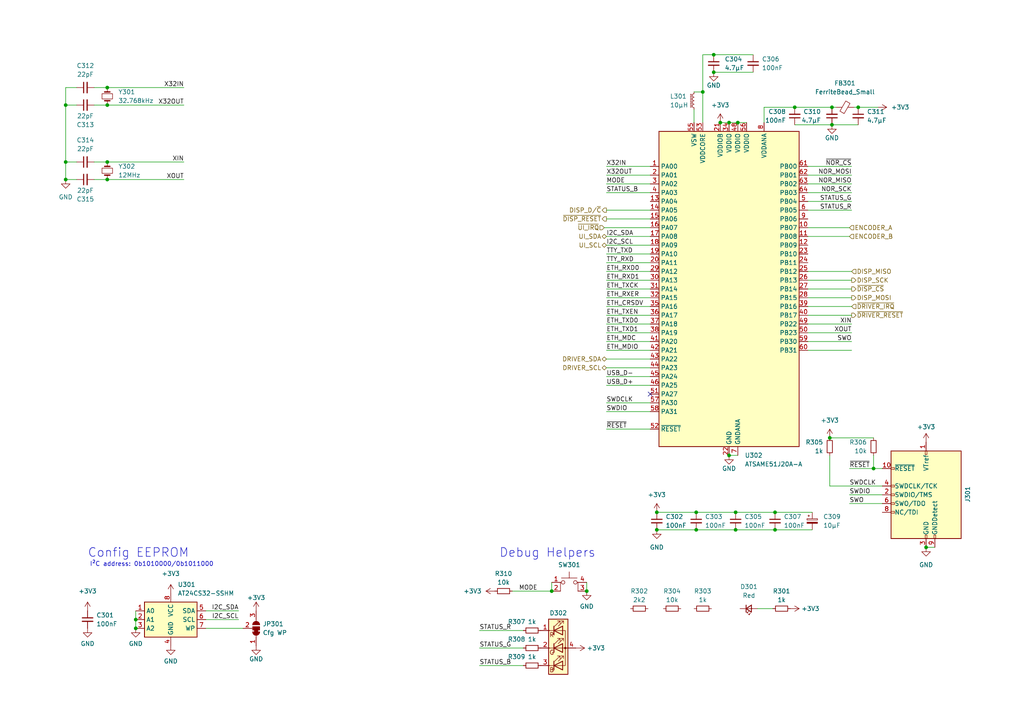
<source format=kicad_sch>
(kicad_sch (version 20211123) (generator eeschema)
  (paper "A4")
  (lib_symbols
    (symbol "Connector:Conn_ARM_JTAG_SWD_10" (pin_names (offset 1.016))
      (property "Reference" "J" (at -2.54 16.51 0))
      (property "Value" "Conn_ARM_JTAG_SWD_10" (at -2.54 13.97 0))
      (symbol "Conn_ARM_JTAG_SWD_10_0_1"
        (rectangle (start -10.16 12.7) (end 10.16 -12.7) (stroke (width 0.254)) (fill (type background)))
        (rectangle (start -2.794 -12.7) (end -2.286 -11.684))
        (rectangle (start -0.254 -12.7) (end 0.254 -11.684))
        (rectangle (start -0.254 12.7) (end 0.254 11.684))
        (rectangle (start 9.144 2.286) (end 10.16 2.794))
        (rectangle (start 10.16 -2.794) (end 9.144 -2.286))
        (rectangle (start 10.16 -0.254) (end 9.144 0.254))
        (rectangle (start 10.16 7.874) (end 9.144 7.366))
      )
      (symbol "Conn_ARM_JTAG_SWD_10_1_1"
        (rectangle (start 9.144 -5.334) (end 10.16 -4.826))
        (pin power_in line (at 0 15.24 270) (length 2.54) (name "VTref") (number "1"))
        (pin open_collector line (at 12.7 7.62 180) (length 2.54) (name "~{RESET}") (number "10"))
        (pin bidirectional line (at 12.7 0 180) (length 2.54) (name "SWDIO/TMS") (number "2"))
        (pin power_in line (at 0 -15.24 90) (length 2.54) (name "GND") (number "3"))
        (pin output line (at 12.7 2.54 180) (length 2.54) (name "SWDCLK/TCK") (number "4"))
        (pin passive line (at 0 -15.24 90) (length 2.54) hide (name "GND") (number "5"))
        (pin input line (at 12.7 -2.54 180) (length 2.54) (name "SWO/TDO") (number "6"))
        (pin no_connect line (at -10.16 0 0) (length 2.54) hide (name "KEY") (number "7"))
        (pin output line (at 12.7 -5.08 180) (length 2.54) (name "NC/TDI") (number "8"))
        (pin passive line (at -2.54 -15.24 90) (length 2.54) (name "GNDDetect") (number "9"))
      )
    )
    (symbol "Device:C_Polarized_Small" (pin_numbers hide) (pin_names (offset 0.254) hide)
      (property "Reference" "C" (at 0.254 1.778 0))
      (property "Value" "C_Polarized_Small" (at 0.254 -2.032 0))
      (symbol "C_Polarized_Small_0_1"
        (rectangle (start -1.524 -0.3048) (end 1.524 -0.6858) (fill (type outline)))
        (rectangle (start -1.524 0.6858) (end 1.524 0.3048))
        (polyline (pts (xy -1.27 1.524) (xy -0.762 1.524)))
        (polyline (pts (xy -1.016 1.27) (xy -1.016 1.778)))
      )
      (symbol "C_Polarized_Small_1_1"
        (pin passive line (at 0 2.54 270) (length 1.8542) (name "~") (number "1"))
        (pin passive line (at 0 -2.54 90) (length 1.8542) (name "~") (number "2"))
      )
    )
    (symbol "Device:C_Small" (pin_numbers hide) (pin_names (offset 0.254) hide)
      (property "Reference" "C" (at 0.254 1.778 0))
      (property "Value" "C_Small" (at 0.254 -2.032 0))
      (symbol "C_Small_0_1"
        (polyline (pts (xy -1.524 -0.508) (xy 1.524 -0.508)) (stroke (width 0.3302)))
        (polyline (pts (xy -1.524 0.508) (xy 1.524 0.508)) (stroke (width 0.3048)))
      )
      (symbol "C_Small_1_1"
        (pin passive line (at 0 2.54 270) (length 2.032) (name "~") (number "1"))
        (pin passive line (at 0 -2.54 90) (length 2.032) (name "~") (number "2"))
      )
    )
    (symbol "Device:Crystal_Small" (pin_numbers hide) (pin_names (offset 1.016) hide)
      (property "Reference" "Y" (at 0 2.54 0))
      (property "Value" "Crystal_Small" (at 0 -2.54 0))
      (symbol "Crystal_Small_0_1"
        (rectangle (start -0.762 -1.524) (end 0.762 1.524))
        (polyline (pts (xy -1.27 -0.762) (xy -1.27 0.762)) (stroke (width 0.381)))
        (polyline (pts (xy 1.27 -0.762) (xy 1.27 0.762)) (stroke (width 0.381)))
      )
      (symbol "Crystal_Small_1_1"
        (pin passive line (at -2.54 0 0) (length 1.27) (name "1") (number "1"))
        (pin passive line (at 2.54 0 180) (length 1.27) (name "2") (number "2"))
      )
    )
    (symbol "Device:FerriteBead_Small" (pin_numbers hide) (pin_names (offset 0))
      (property "Reference" "FB" (at 1.905 1.27 0))
      (property "Value" "FerriteBead_Small" (at 1.905 -1.27 0))
      (symbol "FerriteBead_Small_0_1"
        (polyline (pts (xy 0 -1.27) (xy 0 -0.7874)))
        (polyline (pts (xy 0 0.889) (xy 0 1.2954)))
        (polyline (pts (xy -1.8288 0.2794) (xy -1.1176 1.4986) (xy 1.8288 -0.2032) (xy 1.1176 -1.4224) (xy -1.8288 0.2794)))
      )
      (symbol "FerriteBead_Small_1_1"
        (pin passive line (at 0 2.54 270) (length 1.27) (name "~") (number "1"))
        (pin passive line (at 0 -2.54 90) (length 1.27) (name "~") (number "2"))
      )
    )
    (symbol "Device:LED_RGBA" (pin_names (offset 0) hide)
      (property "Reference" "D" (at 0 9.398 0))
      (property "Value" "LED_RGBA" (at 0 -8.89 0))
      (symbol "LED_RGBA_0_0"
        (text "B" (at -1.905 -6.35 0) (effects (font (size 1.27 1.27))))
        (text "G" (at -1.905 -1.27 0) (effects (font (size 1.27 1.27))))
        (text "R" (at -1.905 3.81 0) (effects (font (size 1.27 1.27))))
      )
      (symbol "LED_RGBA_0_1"
        (polyline (pts (xy -1.27 -5.08) (xy -2.54 -5.08)))
        (polyline (pts (xy -1.27 -5.08) (xy 1.27 -5.08)))
        (polyline (pts (xy -1.27 -3.81) (xy -1.27 -6.35)) (stroke (width 0.254)))
        (polyline (pts (xy -1.27 0) (xy -2.54 0)))
        (polyline (pts (xy -1.27 1.27) (xy -1.27 -1.27)) (stroke (width 0.254)))
        (polyline (pts (xy -1.27 5.08) (xy -2.54 5.08)))
        (polyline (pts (xy -1.27 5.08) (xy 1.27 5.08)))
        (polyline (pts (xy -1.27 6.35) (xy -1.27 3.81)) (stroke (width 0.254)))
        (polyline (pts (xy 1.27 0) (xy -1.27 0)))
        (polyline (pts (xy 1.27 0) (xy 2.54 0)))
        (polyline (pts (xy -1.27 1.27) (xy -1.27 -1.27) (xy -1.27 -1.27)))
        (polyline (pts (xy -1.27 6.35) (xy -1.27 3.81) (xy -1.27 3.81)))
        (polyline (pts (xy 1.27 -5.08) (xy 2.032 -5.08) (xy 2.032 5.08) (xy 1.27 5.08)))
        (polyline (pts (xy 1.27 -3.81) (xy 1.27 -6.35) (xy -1.27 -5.08) (xy 1.27 -3.81)) (stroke (width 0.254)))
        (polyline (pts (xy 1.27 1.27) (xy 1.27 -1.27) (xy -1.27 0) (xy 1.27 1.27)) (stroke (width 0.254)))
        (polyline (pts (xy 1.27 6.35) (xy 1.27 3.81) (xy -1.27 5.08) (xy 1.27 6.35)) (stroke (width 0.254)))
        (polyline (pts (xy -1.016 -3.81) (xy 0.508 -2.286) (xy -0.254 -2.286) (xy 0.508 -2.286) (xy 0.508 -3.048)))
        (polyline (pts (xy -1.016 1.27) (xy 0.508 2.794) (xy -0.254 2.794) (xy 0.508 2.794) (xy 0.508 2.032)))
        (polyline (pts (xy -1.016 6.35) (xy 0.508 7.874) (xy -0.254 7.874) (xy 0.508 7.874) (xy 0.508 7.112)))
        (polyline (pts (xy 0 -3.81) (xy 1.524 -2.286) (xy 0.762 -2.286) (xy 1.524 -2.286) (xy 1.524 -3.048)))
        (polyline (pts (xy 0 1.27) (xy 1.524 2.794) (xy 0.762 2.794) (xy 1.524 2.794) (xy 1.524 2.032)))
        (polyline (pts (xy 0 6.35) (xy 1.524 7.874) (xy 0.762 7.874) (xy 1.524 7.874) (xy 1.524 7.112)))
        (rectangle (start 1.27 -1.27) (end 1.27 1.27))
        (rectangle (start 1.27 1.27) (end 1.27 1.27))
        (rectangle (start 1.27 3.81) (end 1.27 6.35))
        (rectangle (start 1.27 6.35) (end 1.27 6.35))
        (circle (center 2.032 0) (radius 0.254) (fill (type outline)))
        (rectangle (start 2.794 8.382) (end -2.794 -7.62) (stroke (width 0.254)) (fill (type background)))
      )
      (symbol "LED_RGBA_1_1"
        (pin passive line (at -5.08 5.08 0) (length 2.54) (name "RK") (number "1"))
        (pin passive line (at -5.08 0 0) (length 2.54) (name "GK") (number "2"))
        (pin passive line (at -5.08 -5.08 0) (length 2.54) (name "BK") (number "3"))
        (pin passive line (at 5.08 0 180) (length 2.54) (name "A") (number "4"))
      )
    )
    (symbol "Device:LED_Small" (pin_numbers hide) (pin_names (offset 0.254) hide)
      (property "Reference" "D" (at -1.27 3.175 0))
      (property "Value" "LED_Small" (at -4.445 -2.54 0))
      (symbol "LED_Small_0_1"
        (polyline (pts (xy -0.762 -1.016) (xy -0.762 1.016)) (stroke (width 0.254)))
        (polyline (pts (xy 1.016 0) (xy -0.762 0)))
        (polyline (pts (xy 0.762 -1.016) (xy -0.762 0) (xy 0.762 1.016) (xy 0.762 -1.016)) (stroke (width 0.254)))
        (polyline (pts (xy 0 0.762) (xy -0.508 1.27) (xy -0.254 1.27) (xy -0.508 1.27) (xy -0.508 1.016)))
        (polyline (pts (xy 0.508 1.27) (xy 0 1.778) (xy 0.254 1.778) (xy 0 1.778) (xy 0 1.524)))
      )
      (symbol "LED_Small_1_1"
        (pin passive line (at -2.54 0 0) (length 1.778) (name "K") (number "1"))
        (pin passive line (at 2.54 0 180) (length 1.778) (name "A") (number "2"))
      )
    )
    (symbol "Device:L_Ferrite_Small" (pin_numbers hide) (pin_names (offset 0.254) hide)
      (property "Reference" "L" (at 1.27 1.016 0))
      (property "Value" "L_Ferrite_Small" (at 1.27 -1.27 0))
      (symbol "L_Ferrite_Small_0_1"
        (arc (start 0 -2.032) (mid 0.508 -1.524) (end 0 -1.016))
        (arc (start 0 -1.016) (mid 0.508 -0.508) (end 0 0))
        (polyline (pts (xy 0.762 -1.905) (xy 0.762 -1.651)))
        (polyline (pts (xy 0.762 -1.397) (xy 0.762 -1.143)))
        (polyline (pts (xy 0.762 -0.889) (xy 0.762 -0.635)))
        (polyline (pts (xy 0.762 -0.381) (xy 0.762 -0.127)))
        (polyline (pts (xy 0.762 0.127) (xy 0.762 0.381)))
        (polyline (pts (xy 0.762 0.635) (xy 0.762 0.889)))
        (polyline (pts (xy 0.762 1.143) (xy 0.762 1.397)))
        (polyline (pts (xy 0.762 1.651) (xy 0.762 1.905)))
        (polyline (pts (xy 1.016 -1.651) (xy 1.016 -1.905)))
        (polyline (pts (xy 1.016 -1.143) (xy 1.016 -1.397)))
        (polyline (pts (xy 1.016 -0.635) (xy 1.016 -0.889)))
        (polyline (pts (xy 1.016 -0.127) (xy 1.016 -0.381)))
        (polyline (pts (xy 1.016 0.381) (xy 1.016 0.127)))
        (polyline (pts (xy 1.016 0.889) (xy 1.016 0.635)))
        (polyline (pts (xy 1.016 1.397) (xy 1.016 1.143)))
        (polyline (pts (xy 1.016 1.905) (xy 1.016 1.651)))
        (arc (start 0 0) (mid 0.508 0.508) (end 0 1.016))
        (arc (start 0 1.016) (mid 0.508 1.524) (end 0 2.032))
      )
      (symbol "L_Ferrite_Small_1_1"
        (pin passive line (at 0 2.54 270) (length 0.508) (name "~") (number "1"))
        (pin passive line (at 0 -2.54 90) (length 0.508) (name "~") (number "2"))
      )
    )
    (symbol "Device:R_Small" (pin_numbers hide) (pin_names (offset 0.254) hide)
      (property "Reference" "R" (at 0.762 0.508 0))
      (property "Value" "R_Small" (at 0.762 -1.016 0))
      (symbol "R_Small_0_1"
        (rectangle (start -0.762 1.778) (end 0.762 -1.778) (stroke (width 0.2032)))
      )
      (symbol "R_Small_1_1"
        (pin passive line (at 0 2.54 270) (length 0.762) (name "~") (number "1"))
        (pin passive line (at 0 -2.54 90) (length 0.762) (name "~") (number "2"))
      )
    )
    (symbol "Jumper:SolderJumper_3_Bridged12" (pin_names (offset 0) hide)
      (property "Reference" "JP" (at -2.54 -2.54 0))
      (property "Value" "SolderJumper_3_Bridged12" (at 0 2.794 0))
      (symbol "SolderJumper_3_Bridged12_0_1"
        (rectangle (start -1.016 0.508) (end -0.508 -0.508) (fill (type outline)))
        (arc (start -1.016 1.016) (mid -2.032 0) (end -1.016 -1.016))
        (arc (start -1.016 1.016) (mid -2.032 0) (end -1.016 -1.016) (fill (type outline)))
        (rectangle (start -0.508 1.016) (end 0.508 -1.016) (fill (type outline)))
        (polyline (pts (xy -2.54 0) (xy -2.032 0)))
        (polyline (pts (xy -1.016 1.016) (xy -1.016 -1.016)))
        (polyline (pts (xy 0 -1.27) (xy 0 -1.016)))
        (polyline (pts (xy 1.016 1.016) (xy 1.016 -1.016)))
        (polyline (pts (xy 2.54 0) (xy 2.032 0)))
        (arc (start 1.016 -1.016) (mid 2.032 0) (end 1.016 1.016))
        (arc (start 1.016 -1.016) (mid 2.032 0) (end 1.016 1.016) (fill (type outline)))
      )
      (symbol "SolderJumper_3_Bridged12_1_1"
        (pin passive line (at -5.08 0 0) (length 2.54) (name "A") (number "1"))
        (pin passive line (at 0 -3.81 90) (length 2.54) (name "C") (number "2"))
        (pin passive line (at 5.08 0 180) (length 2.54) (name "B") (number "3"))
      )
    )
    (symbol "MCU_Microchip_SAME:ATSAME51J20A-A"
      (property "Reference" "U" (at -17.78 48.26 0))
      (property "Value" "ATSAME51J20A-A" (at -12.7 -48.26 0))
      (symbol "ATSAME51J20A-A_0_1"
        (rectangle (start -20.32 45.72) (end 20.32 -45.72) (stroke (width 0.254)) (fill (type background)))
      )
      (symbol "ATSAME51J20A-A_1_0"
        (pin bidirectional line (at 22.86 27.94 180) (length 2.54) (name "PB03") (number "64"))
      )
      (symbol "ATSAME51J20A-A_1_1"
        (pin bidirectional line (at -22.86 35.56 0) (length 2.54) (name "PA00") (number "1"))
        (pin bidirectional line (at 22.86 17.78 180) (length 2.54) (name "PB07") (number "10"))
        (pin bidirectional line (at 22.86 15.24 180) (length 2.54) (name "PB08") (number "11"))
        (pin bidirectional line (at 22.86 12.7 180) (length 2.54) (name "PB09") (number "12"))
        (pin bidirectional line (at -22.86 25.4 0) (length 2.54) (name "PA04") (number "13"))
        (pin bidirectional line (at -22.86 22.86 0) (length 2.54) (name "PA05") (number "14"))
        (pin bidirectional line (at -22.86 20.32 0) (length 2.54) (name "PA06") (number "15"))
        (pin bidirectional line (at -22.86 17.78 0) (length 2.54) (name "PA07") (number "16"))
        (pin bidirectional line (at -22.86 15.24 0) (length 2.54) (name "PA08") (number "17"))
        (pin bidirectional line (at -22.86 12.7 0) (length 2.54) (name "PA09") (number "18"))
        (pin bidirectional line (at -22.86 10.16 0) (length 2.54) (name "PA10") (number "19"))
        (pin bidirectional line (at -22.86 33.02 0) (length 2.54) (name "PA01") (number "2"))
        (pin bidirectional line (at -22.86 7.62 0) (length 2.54) (name "PA11") (number "20"))
        (pin power_in line (at -2.54 48.26 270) (length 2.54) (name "VDDIOB") (number "21"))
        (pin power_in line (at 0 -48.26 90) (length 2.54) (name "GND") (number "22"))
        (pin bidirectional line (at 22.86 10.16 180) (length 2.54) (name "PB10") (number "23"))
        (pin bidirectional line (at 22.86 7.62 180) (length 2.54) (name "PB11") (number "24"))
        (pin bidirectional line (at 22.86 5.08 180) (length 2.54) (name "PB12") (number "25"))
        (pin bidirectional line (at 22.86 2.54 180) (length 2.54) (name "PB13") (number "26"))
        (pin bidirectional line (at 22.86 0 180) (length 2.54) (name "PB14") (number "27"))
        (pin bidirectional line (at 22.86 -2.54 180) (length 2.54) (name "PB15") (number "28"))
        (pin bidirectional line (at -22.86 5.08 0) (length 2.54) (name "PA12") (number "29"))
        (pin bidirectional line (at -22.86 30.48 0) (length 2.54) (name "PA02") (number "3"))
        (pin bidirectional line (at -22.86 2.54 0) (length 2.54) (name "PA13") (number "30"))
        (pin bidirectional line (at -22.86 0 0) (length 2.54) (name "PA14") (number "31"))
        (pin bidirectional line (at -22.86 -2.54 0) (length 2.54) (name "PA15") (number "32"))
        (pin passive line (at 0 -48.26 90) (length 2.54) hide (name "GND") (number "33"))
        (pin power_in line (at 0 48.26 270) (length 2.54) (name "VDDIO") (number "34"))
        (pin bidirectional line (at -22.86 -5.08 0) (length 2.54) (name "PA16") (number "35"))
        (pin bidirectional line (at -22.86 -7.62 0) (length 2.54) (name "PA17") (number "36"))
        (pin bidirectional line (at -22.86 -10.16 0) (length 2.54) (name "PA18") (number "37"))
        (pin bidirectional line (at -22.86 -12.7 0) (length 2.54) (name "PA19") (number "38"))
        (pin bidirectional line (at 22.86 -5.08 180) (length 2.54) (name "PB16") (number "39"))
        (pin bidirectional line (at -22.86 27.94 0) (length 2.54) (name "PA03") (number "4"))
        (pin bidirectional line (at 22.86 -7.62 180) (length 2.54) (name "PB17") (number "40"))
        (pin bidirectional line (at -22.86 -15.24 0) (length 2.54) (name "PA20") (number "41"))
        (pin bidirectional line (at -22.86 -17.78 0) (length 2.54) (name "PA21") (number "42"))
        (pin bidirectional line (at -22.86 -20.32 0) (length 2.54) (name "PA22") (number "43"))
        (pin bidirectional line (at -22.86 -22.86 0) (length 2.54) (name "PA23") (number "44"))
        (pin bidirectional line (at -22.86 -25.4 0) (length 2.54) (name "PA24") (number "45"))
        (pin bidirectional line (at -22.86 -27.94 0) (length 2.54) (name "PA25") (number "46"))
        (pin passive line (at 0 -48.26 90) (length 2.54) hide (name "GND") (number "47"))
        (pin power_in line (at 2.54 48.26 270) (length 2.54) (name "VDDIO") (number "48"))
        (pin bidirectional line (at 22.86 -10.16 180) (length 2.54) (name "PB22") (number "49"))
        (pin bidirectional line (at 22.86 25.4 180) (length 2.54) (name "PB04") (number "5"))
        (pin bidirectional line (at 22.86 -12.7 180) (length 2.54) (name "PB23") (number "50"))
        (pin bidirectional line (at -22.86 -30.48 0) (length 2.54) (name "PA27") (number "51"))
        (pin input line (at -22.86 -40.64 0) (length 2.54) (name "~{RESET}") (number "52"))
        (pin power_out line (at -7.62 48.26 270) (length 2.54) (name "VDDCORE") (number "53"))
        (pin passive line (at 0 -48.26 90) (length 2.54) hide (name "GND") (number "54"))
        (pin power_in line (at -10.16 48.26 270) (length 2.54) (name "VSW") (number "55"))
        (pin power_in line (at 5.08 48.26 270) (length 2.54) (name "VDDIO") (number "56"))
        (pin bidirectional line (at -22.86 -33.02 0) (length 2.54) (name "PA30") (number "57"))
        (pin bidirectional line (at -22.86 -35.56 0) (length 2.54) (name "PA31") (number "58"))
        (pin bidirectional line (at 22.86 -15.24 180) (length 2.54) (name "PB30") (number "59"))
        (pin bidirectional line (at 22.86 22.86 180) (length 2.54) (name "PB05") (number "6"))
        (pin bidirectional line (at 22.86 -17.78 180) (length 2.54) (name "PB31") (number "60"))
        (pin bidirectional line (at 22.86 35.56 180) (length 2.54) (name "PB00") (number "61"))
        (pin bidirectional line (at 22.86 33.02 180) (length 2.54) (name "PB01") (number "62"))
        (pin bidirectional line (at 22.86 30.48 180) (length 2.54) (name "PB02") (number "63"))
        (pin power_in line (at 2.54 -48.26 90) (length 2.54) (name "GNDANA") (number "7"))
        (pin power_in line (at 10.16 48.26 270) (length 2.54) (name "VDDANA") (number "8"))
        (pin bidirectional line (at 22.86 20.32 180) (length 2.54) (name "PB06") (number "9"))
      )
    )
    (symbol "Memory_EEPROM:AT24CS32-SSHM"
      (property "Reference" "U" (at -7.62 6.35 0))
      (property "Value" "AT24CS32-SSHM" (at 2.54 -6.35 0))
      (symbol "AT24CS32-SSHM_1_1"
        (rectangle (start -7.62 5.08) (end 7.62 -5.08) (stroke (width 0.254)) (fill (type background)))
        (pin input line (at -10.16 2.54 0) (length 2.54) (name "A0") (number "1"))
        (pin input line (at -10.16 0 0) (length 2.54) (name "A1") (number "2"))
        (pin input line (at -10.16 -2.54 0) (length 2.54) (name "A2") (number "3"))
        (pin power_in line (at 0 -7.62 90) (length 2.54) (name "GND") (number "4"))
        (pin bidirectional line (at 10.16 2.54 180) (length 2.54) (name "SDA") (number "5"))
        (pin input line (at 10.16 0 180) (length 2.54) (name "SCL") (number "6"))
        (pin input line (at 10.16 -2.54 180) (length 2.54) (name "WP") (number "7"))
        (pin power_in line (at 0 7.62 270) (length 2.54) (name "VCC") (number "8"))
      )
    )
    (symbol "Switch:SW_MEC_5E" (pin_names (offset 1.016) hide)
      (property "Reference" "SW" (at 0.635 5.715 0))
      (property "Value" "SW_MEC_5E" (at 0 -3.175 0))
      (symbol "SW_MEC_5E_0_1"
        (circle (center -1.778 2.54) (radius 0.508))
        (polyline (pts (xy -2.286 3.81) (xy 2.286 3.81)))
        (polyline (pts (xy 0 3.81) (xy 0 5.588)))
        (polyline (pts (xy -2.54 0) (xy -2.54 2.54) (xy -2.286 2.54)))
        (polyline (pts (xy 2.54 0) (xy 2.54 2.54) (xy 2.286 2.54)))
        (circle (center 1.778 2.54) (radius 0.508))
        (pin passive line (at -5.08 2.54 0) (length 2.54) (name "1") (number "1"))
        (pin passive line (at -5.08 0 0) (length 2.54) (name "2") (number "2"))
        (pin passive line (at 5.08 0 180) (length 2.54) (name "K") (number "3"))
        (pin passive line (at 5.08 2.54 180) (length 2.54) (name "A") (number "4"))
      )
    )
    (symbol "power:+3V3" (power) (pin_names (offset 0))
      (property "Value" "+3V3" (at 0 3.556 0))
      (symbol "+3V3_0_1"
        (polyline (pts (xy -0.762 1.27) (xy 0 2.54)))
        (polyline (pts (xy 0 0) (xy 0 2.54)))
        (polyline (pts (xy 0 2.54) (xy 0.762 1.27)))
      )
      (symbol "+3V3_1_1"
        (pin power_in line (at 0 0 90) (length 0) hide (name "+3V3") (number "1"))
      )
    )
    (symbol "power:GND" (power) (pin_names (offset 0))
      (property "Value" "GND" (at 0 -3.81 0))
      (symbol "GND_0_1"
        (polyline (pts (xy 0 0) (xy 0 -1.27) (xy 1.27 -1.27) (xy 0 -2.54) (xy -1.27 -1.27) (xy 0 -1.27)))
      )
      (symbol "GND_1_1"
        (pin power_in line (at 0 0 270) (length 0) hide (name "GND") (number "1"))
      )
    )
  )
  (junction (at 253.365 135.89))
  (junction (at 190.5 153.67))
  (junction (at 268.605 158.75))
  (junction (at 31.115 52.07))
  (junction (at 224.79 153.67))
  (junction (at 240.665 127))
  (junction (at 213.36 153.67))
  (junction (at 213.36 148.59))
  (junction (at 241.3 31.115))
  (junction (at 170.18 171.45))
  (junction (at 39.37 182.245))
  (junction (at 31.115 46.99))
  (junction (at 19.05 46.99))
  (junction (at 207.01 20.955))
  (junction (at 241.3 36.195))
  (junction (at 203.835 26.67))
  (junction (at 31.115 25.4))
  (junction (at 201.93 148.59))
  (junction (at 19.05 30.48))
  (junction (at 211.455 35.56))
  (junction (at 207.01 15.875))
  (junction (at 248.92 31.115))
  (junction (at 19.05 52.07))
  (junction (at 224.79 148.59))
  (junction (at 211.455 132.08))
  (junction (at 213.995 35.56))
  (junction (at 208.915 35.56))
  (junction (at 39.37 179.705))
  (junction (at 31.115 30.48))
  (junction (at 160.02 171.45))
  (junction (at 190.5 148.59))
  (junction (at 230.505 31.115))
  (junction (at 201.93 153.67))
  (no_connect (at 188.595 114.3))
  (wire (pts (xy 31.115 46.99) (xy 53.34 46.99)))
  (wire (pts (xy 253.365 135.89) (xy 255.905 135.89)))
  (wire (pts (xy 175.895 93.98) (xy 188.595 93.98)))
  (wire (pts (xy 234.315 96.52) (xy 247.015 96.52)))
  (wire (pts (xy 175.895 124.46) (xy 188.595 124.46)))
  (wire (pts (xy 221.615 31.115) (xy 230.505 31.115)))
  (wire (pts (xy 234.315 58.42) (xy 247.015 58.42)))
  (wire (pts (xy 175.895 71.12) (xy 188.595 71.12)))
  (wire (pts (xy 203.835 35.56) (xy 203.835 26.67)))
  (wire (pts (xy 241.3 31.115) (xy 242.57 31.115)))
  (wire (pts (xy 234.315 83.82) (xy 247.015 83.82)))
  (wire (pts (xy 240.665 140.97) (xy 255.905 140.97)))
  (wire (pts (xy 151.765 187.96) (xy 139.065 187.96)))
  (wire (pts (xy 19.05 25.4) (xy 22.225 25.4)))
  (wire (pts (xy 59.69 182.245) (xy 70.485 182.245)))
  (wire (pts (xy 175.895 116.84) (xy 188.595 116.84)))
  (wire (pts (xy 27.305 30.48) (xy 31.115 30.48)))
  (wire (pts (xy 175.895 73.66) (xy 188.595 73.66)))
  (wire (pts (xy 19.05 30.48) (xy 19.05 46.99)))
  (wire (pts (xy 175.895 104.14) (xy 188.595 104.14)))
  (wire (pts (xy 221.615 31.115) (xy 221.615 35.56)))
  (wire (pts (xy 246.38 146.05) (xy 255.905 146.05)))
  (wire (pts (xy 203.835 26.67) (xy 203.835 15.875)))
  (wire (pts (xy 268.605 158.75) (xy 271.145 158.75)))
  (wire (pts (xy 175.895 106.68) (xy 188.595 106.68)))
  (wire (pts (xy 19.05 30.48) (xy 19.05 25.4)))
  (wire (pts (xy 19.05 46.99) (xy 22.225 46.99)))
  (wire (pts (xy 234.315 48.26) (xy 247.015 48.26)))
  (wire (pts (xy 27.305 46.99) (xy 31.115 46.99)))
  (wire (pts (xy 201.93 153.67) (xy 213.36 153.67)))
  (wire (pts (xy 188.595 63.5) (xy 175.895 63.5)))
  (wire (pts (xy 201.93 148.59) (xy 213.36 148.59)))
  (wire (pts (xy 234.315 93.98) (xy 247.015 93.98)))
  (wire (pts (xy 175.895 81.28) (xy 188.595 81.28)))
  (wire (pts (xy 175.895 83.82) (xy 188.595 83.82)))
  (wire (pts (xy 175.895 119.38) (xy 188.595 119.38)))
  (wire (pts (xy 234.315 60.96) (xy 247.015 60.96)))
  (wire (pts (xy 175.895 48.26) (xy 188.595 48.26)))
  (wire (pts (xy 148.59 171.45) (xy 160.02 171.45)))
  (wire (pts (xy 27.305 52.07) (xy 31.115 52.07)))
  (wire (pts (xy 234.315 86.36) (xy 247.015 86.36)))
  (wire (pts (xy 213.36 148.59) (xy 224.79 148.59)))
  (wire (pts (xy 201.295 26.67) (xy 203.835 26.67)))
  (wire (pts (xy 253.365 132.08) (xy 253.365 135.89)))
  (wire (pts (xy 240.665 140.97) (xy 240.665 132.08)))
  (wire (pts (xy 240.665 127) (xy 253.365 127)))
  (wire (pts (xy 207.01 20.955) (xy 218.44 20.955)))
  (wire (pts (xy 234.315 66.04) (xy 246.38 66.04)))
  (wire (pts (xy 234.315 68.58) (xy 246.38 68.58)))
  (wire (pts (xy 175.895 55.88) (xy 188.595 55.88)))
  (wire (pts (xy 234.315 81.28) (xy 247.015 81.28)))
  (wire (pts (xy 27.305 25.4) (xy 31.115 25.4)))
  (wire (pts (xy 230.505 36.195) (xy 241.3 36.195)))
  (wire (pts (xy 234.315 91.44) (xy 247.015 91.44)))
  (wire (pts (xy 234.315 101.6) (xy 247.015 101.6)))
  (wire (pts (xy 39.37 177.165) (xy 39.37 179.705)))
  (wire (pts (xy 234.315 78.74) (xy 247.015 78.74)))
  (wire (pts (xy 175.895 111.76) (xy 188.595 111.76)))
  (wire (pts (xy 211.455 132.08) (xy 213.995 132.08)))
  (wire (pts (xy 213.995 35.56) (xy 216.535 35.56)))
  (wire (pts (xy 39.37 179.705) (xy 39.37 182.245)))
  (wire (pts (xy 160.02 168.91) (xy 160.02 171.45)))
  (wire (pts (xy 19.05 52.07) (xy 22.225 52.07)))
  (wire (pts (xy 175.26 66.04) (xy 188.595 66.04)))
  (wire (pts (xy 190.5 148.59) (xy 201.93 148.59)))
  (wire (pts (xy 31.115 52.07) (xy 53.34 52.07)))
  (wire (pts (xy 175.895 88.9) (xy 188.595 88.9)))
  (wire (pts (xy 151.765 193.04) (xy 139.065 193.04)))
  (wire (pts (xy 234.315 55.88) (xy 247.015 55.88)))
  (wire (pts (xy 203.835 15.875) (xy 207.01 15.875)))
  (wire (pts (xy 188.595 60.96) (xy 175.895 60.96)))
  (wire (pts (xy 208.915 35.56) (xy 211.455 35.56)))
  (wire (pts (xy 234.315 99.06) (xy 247.015 99.06)))
  (wire (pts (xy 19.05 30.48) (xy 22.225 30.48)))
  (wire (pts (xy 175.895 86.36) (xy 188.595 86.36)))
  (wire (pts (xy 248.92 31.115) (xy 254.635 31.115)))
  (wire (pts (xy 246.38 135.89) (xy 253.365 135.89)))
  (wire (pts (xy 59.69 179.705) (xy 69.215 179.705)))
  (wire (pts (xy 224.79 148.59) (xy 235.585 148.59)))
  (wire (pts (xy 31.115 25.4) (xy 53.34 25.4)))
  (wire (pts (xy 175.895 53.34) (xy 188.595 53.34)))
  (wire (pts (xy 207.01 15.875) (xy 218.44 15.875)))
  (wire (pts (xy 175.895 78.74) (xy 188.595 78.74)))
  (wire (pts (xy 230.505 31.115) (xy 241.3 31.115)))
  (wire (pts (xy 175.895 68.58) (xy 188.595 68.58)))
  (wire (pts (xy 31.115 30.48) (xy 53.34 30.48)))
  (wire (pts (xy 175.895 101.6) (xy 188.595 101.6)))
  (wire (pts (xy 19.05 46.99) (xy 19.05 52.07)))
  (wire (pts (xy 175.895 99.06) (xy 188.595 99.06)))
  (wire (pts (xy 201.295 31.75) (xy 201.295 35.56)))
  (wire (pts (xy 151.765 182.88) (xy 139.065 182.88)))
  (wire (pts (xy 175.895 76.2) (xy 188.595 76.2)))
  (wire (pts (xy 234.315 50.8) (xy 247.015 50.8)))
  (wire (pts (xy 234.315 53.34) (xy 247.015 53.34)))
  (wire (pts (xy 247.015 88.9) (xy 234.315 88.9)))
  (wire (pts (xy 175.895 96.52) (xy 188.595 96.52)))
  (wire (pts (xy 175.895 109.22) (xy 188.595 109.22)))
  (wire (pts (xy 241.3 36.195) (xy 248.92 36.195)))
  (wire (pts (xy 190.5 153.67) (xy 201.93 153.67)))
  (wire (pts (xy 224.79 153.67) (xy 235.585 153.67)))
  (wire (pts (xy 247.65 31.115) (xy 248.92 31.115)))
  (wire (pts (xy 219.71 176.53) (xy 224.155 176.53)))
  (wire (pts (xy 59.69 177.165) (xy 69.215 177.165)))
  (wire (pts (xy 170.18 168.91) (xy 170.18 171.45)))
  (wire (pts (xy 211.455 35.56) (xy 213.995 35.56)))
  (wire (pts (xy 213.36 153.67) (xy 224.79 153.67)))
  (wire (pts (xy 175.895 91.44) (xy 188.595 91.44)))
  (wire (pts (xy 175.895 50.8) (xy 188.595 50.8)))
  (wire (pts (xy 246.38 143.51) (xy 255.905 143.51)))
  (text "Debug Helpers" (at 144.78 161.925 0) (effects (font (size 2.54 2.54)) (justify left bottom)))
  (text "I²C address: 0b1010000/0b1011000" (at 26.035 164.465 0) (effects (font (size 1.27 1.27)) (justify left bottom)))
  (text "Config EEPROM" (at 25.4 161.925 0) (effects (font (size 2.54 2.54)) (justify left bottom)))
  (label "ETH_RXD0" (at 175.895 78.74 0))
  (label "~{RESET}" (at 175.895 124.46 0))
  (label "SWDIO" (at 175.895 119.38 0))
  (label "ETH_CRSDV" (at 175.895 88.9 0))
  (label "NOR_MISO" (at 247.015 53.34 180))
  (label "ETH_MDIO" (at 175.895 101.6 0))
  (label "ETH_TXEN" (at 175.895 91.44 0))
  (label "~{RESET}" (at 246.38 135.89 0))
  (label "XOUT" (at 53.34 52.07 180))
  (label "STATUS_B" (at 139.065 193.04 0))
  (label "X32IN" (at 53.34 25.4 180))
  (label "SWDCLK" (at 246.38 140.97 0))
  (label "NOR_SCK" (at 247.015 55.88 180))
  (label "ETH_TXD1" (at 175.895 96.52 0))
  (label "ETH_RXER" (at 175.895 86.36 0))
  (label "ETH_TXD0" (at 175.895 93.98 0))
  (label "SWO" (at 246.38 146.05 0))
  (label "MODE" (at 175.895 53.34 0))
  (label "XIN" (at 53.34 46.99 180))
  (label "STATUS_R" (at 247.015 60.96 180))
  (label "XOUT" (at 247.015 96.52 180))
  (label "I2C_SCL" (at 69.215 179.705 180))
  (label "I2C_SDA" (at 175.895 68.58 0))
  (label "MODE" (at 150.495 171.45 0))
  (label "STATUS_G" (at 247.015 58.42 180))
  (label "SWO" (at 247.015 99.06 180))
  (label "USB_D-" (at 175.895 109.22 0))
  (label "TTY_TXD" (at 175.895 73.66 0))
  (label "STATUS_R" (at 139.065 182.88 0))
  (label "~{NOR_CS}" (at 247.015 48.26 180))
  (label "STATUS_B" (at 175.895 55.88 0))
  (label "NOR_MOSI" (at 247.015 50.8 180))
  (label "SWDCLK" (at 175.895 116.84 0))
  (label "XIN" (at 247.015 93.98 180))
  (label "X32OUT" (at 175.895 50.8 0))
  (label "SWDIO" (at 246.38 143.51 0))
  (label "ETH_RXD1" (at 175.895 81.28 0))
  (label "I2C_SDA" (at 69.215 177.165 180))
  (label "STATUS_G" (at 139.065 187.96 0))
  (label "ETH_TXCK" (at 175.895 83.82 0))
  (label "I2C_SCL" (at 175.895 71.12 0))
  (label "ETH_MDC" (at 175.895 99.06 0))
  (label "TTY_RXD" (at 175.895 76.2 0))
  (label "X32OUT" (at 53.34 30.48 180))
  (label "USB_D+" (at 175.895 111.76 0))
  (label "X32IN" (at 175.895 48.26 0))
  (hierarchical_label "UI_SCL" (shape bidirectional) (at 175.895 71.12 180))
  (hierarchical_label "DRIVER_SCL" (shape bidirectional) (at 175.895 106.68 180))
  (hierarchical_label "UI_SDA" (shape bidirectional) (at 175.895 68.58 180))
  (hierarchical_label "~{DRIVER_IRQ}" (shape input) (at 247.015 88.9 0))
  (hierarchical_label "~{DRIVER_RESET}" (shape output) (at 247.015 91.44 0))
  (hierarchical_label "DISP_MISO" (shape input) (at 247.015 78.74 0))
  (hierarchical_label "ENCODER_B" (shape input) (at 246.38 68.58 0))
  (hierarchical_label "~{DISP_CS}" (shape output) (at 247.015 83.82 0))
  (hierarchical_label "DISP_D{slash}~{C}" (shape output) (at 175.895 60.96 180))
  (hierarchical_label "DISP_SCK" (shape output) (at 247.015 81.28 0))
  (hierarchical_label "DISP_MOSI" (shape output) (at 247.015 86.36 0))
  (hierarchical_label "ENCODER_A" (shape input) (at 246.38 66.04 0))
  (hierarchical_label "~{DISP_RESET}" (shape output) (at 175.895 63.5 180))
  (hierarchical_label "DRIVER_SDA" (shape bidirectional) (at 175.895 104.14 180))
  (hierarchical_label "~{UI_IRQ}" (shape input) (at 175.26 66.04 180))
  (symbol (lib_id "Device:C_Small") (at 201.93 151.13 0) (unit 1)
    (property "Reference" "C303" (at 204.47 149.8662 0) (effects (justify left)))
    (property "Value" "100nF" (at 204.47 152.4062 0) (effects (justify left)))
    (property "Footprint" "Capacitor_SMD:C_0805_2012Metric_Pad1.18x1.45mm_HandSolder" (effects hide))
    (property "MPN" "CL21B104KACNFNC" (effects hide))
  )
  (symbol (lib_id "Device:L_Ferrite_Small") (at 201.295 29.21 180) (unit 1)
    (property "Reference" "L301" (at 194.31 27.94 0) (effects (justify right)))
    (property "Value" "10µH" (at 194.31 30.48 0) (effects (justify right)))
    (property "Footprint" "Inductor_SMD:L_1210_3225Metric_Pad1.42x2.65mm_HandSolder" (effects hide))
    (property "MPN" "LBC3225T100KR" (effects hide))
  )
  (symbol (lib_id "power:+3V3") (at 240.665 127 0) (unit 1)
    (property "Reference" "#PWR0316" (effects hide))
    (property "Value" "+3V3" (at 240.665 121.92 0))
  )
  (symbol (lib_id "Device:LED_RGBA") (at 161.925 187.96 0) (unit 1)
    (property "Reference" "D302" (at 161.925 177.8 0))
    (property "Value" "LED_RGBA" (effects hide))
    (property "Footprint" "LED_SMD:LED_RGB_1210" (effects hide))
    (property "MPN" "IN-S128TATRGB" (effects hide))
  )
  (symbol (lib_id "power:GND") (at 207.01 20.955 0) (unit 1)
    (property "Reference" "#PWR0311" (effects hide))
    (property "Value" "GND" (at 207.01 24.765 0))
  )
  (symbol (lib_id "Device:R_Small") (at 154.305 187.96 270) (mirror x) (unit 1)
    (property "Reference" "R308" (at 152.4 185.42 90) (effects (justify right)))
    (property "Value" "1k" (at 154.305 185.42 90))
    (property "Footprint" "Resistor_SMD:R_0805_2012Metric_Pad1.20x1.40mm_HandSolder" (effects hide))
    (property "MPN" "CR0805-JW-102ELF" (effects hide))
  )
  (symbol (lib_id "power:+3V3") (at 74.295 177.165 0) (unit 1)
    (property "Reference" "#PWR0307" (effects hide))
    (property "Value" "+3V3" (at 74.295 173.355 0))
  )
  (symbol (lib_id "power:+3V3") (at 208.915 35.56 0) (unit 1)
    (property "Reference" "#PWR0312" (effects hide))
    (property "Value" "+3V3" (at 208.915 30.48 0))
  )
  (symbol (lib_id "Device:R_Small") (at 154.305 182.88 270) (mirror x) (unit 1)
    (property "Reference" "R307" (at 152.4 180.34 90) (effects (justify right)))
    (property "Value" "1k" (at 154.305 180.34 90))
    (property "Footprint" "Resistor_SMD:R_0805_2012Metric_Pad1.20x1.40mm_HandSolder" (effects hide))
    (property "MPN" "CR0805-JW-102ELF" (effects hide))
  )
  (symbol (lib_id "Device:R_Small") (at 146.05 171.45 270) (mirror x) (unit 1)
    (property "Reference" "R310" (at 146.05 166.37 90))
    (property "Value" "10k" (at 146.05 168.91 90))
    (property "Footprint" "Resistor_SMD:R_0805_2012Metric_Pad1.20x1.40mm_HandSolder" (effects hide))
    (property "MPN" "RMC1/10-103JTP" (effects hide))
  )
  (symbol (lib_id "power:+3V3") (at 254.635 31.115 270) (unit 1)
    (property "Reference" "#PWR0315" (effects hide))
    (property "Value" "+3V3" (at 258.445 31.1149 90) (effects (justify left)))
  )
  (symbol (lib_id "power:GND") (at 39.37 182.245 0) (unit 1)
    (property "Reference" "#PWR0303" (effects hide))
    (property "Value" "GND" (at 39.37 186.69 0))
  )
  (symbol (lib_id "Device:C_Small") (at 24.765 30.48 90) (unit 1)
    (property "Reference" "C313" (at 24.765 36.195 90))
    (property "Value" "22pF" (at 24.765 33.655 90))
    (property "Footprint" "Capacitor_SMD:C_0805_2012Metric_Pad1.18x1.45mm_HandSolder" (effects hide))
    (property "MPN" "CL21C220JBANFNC" (effects hide))
  )
  (symbol (lib_id "Device:R_Small") (at 203.835 176.53 270) (mirror x) (unit 1)
    (property "Reference" "R303" (at 203.835 171.45 90))
    (property "Value" "1k" (at 203.835 173.99 90))
    (property "Footprint" "Resistor_SMD:R_0805_2012Metric_Pad1.20x1.40mm_HandSolder" (effects hide))
    (property "MPN" "CR0805-JW-102ELF" (effects hide))
  )
  (symbol (lib_id "power:+3V3") (at 190.5 148.59 0) (unit 1)
    (property "Reference" "#PWR0309" (effects hide))
    (property "Value" "+3V3" (at 190.5 143.51 0))
  )
  (symbol (lib_id "Device:R_Small") (at 185.42 176.53 270) (mirror x) (unit 1)
    (property "Reference" "R302" (at 185.42 171.45 90))
    (property "Value" "2k2" (at 185.42 173.99 90))
    (property "Footprint" "Resistor_SMD:R_0805_2012Metric_Pad1.20x1.40mm_HandSolder" (effects hide))
    (property "MPN" "RMC1/10-222JTP" (effects hide))
  )
  (symbol (lib_id "Device:C_Small") (at 190.5 151.13 0) (unit 1)
    (property "Reference" "C302" (at 193.04 149.8662 0) (effects (justify left)))
    (property "Value" "100nF" (at 193.04 152.4062 0) (effects (justify left)))
    (property "Footprint" "Capacitor_SMD:C_0805_2012Metric_Pad1.18x1.45mm_HandSolder" (effects hide))
    (property "MPN" "CL21B104KACNFNC" (effects hide))
  )
  (symbol (lib_id "Connector:Conn_ARM_JTAG_SWD_10") (at 268.605 143.51 0) (mirror y) (unit 1)
    (property "Reference" "J301" (at 280.67 140.97 90) (effects (justify right)))
    (property "Value" "Conn_ARM_JTAG_SWD_10" (effects hide))
    (property "Footprint" "Connector_PinHeader_1.27mm:PinHeader_2x05_P1.27mm_Vertical_SMD" (effects hide))
    (property "Datasheet" "http://infocenter.arm.com/help/topic/com.arm.doc.ddi0314h/DDI0314H_coresight_components_trm.pdf" (effects hide))
    (property "MPN" "20021221-00010C4LF" (effects hide))
  )
  (symbol (lib_id "Device:C_Small") (at 24.765 25.4 90) (unit 1)
    (property "Reference" "C312" (at 24.7713 19.05 90))
    (property "Value" "22pF" (at 24.7713 21.59 90))
    (property "Footprint" "Capacitor_SMD:C_0805_2012Metric_Pad1.18x1.45mm_HandSolder" (effects hide))
    (property "MPN" "CL21C220JBANFNC" (effects hide))
  )
  (symbol (lib_id "power:GND") (at 49.53 187.325 0) (unit 1)
    (property "Reference" "#PWR0305" (effects hide))
    (property "Value" "GND" (at 49.53 191.77 0))
  )
  (symbol (lib_id "power:GND") (at 170.18 171.45 0) (unit 1)
    (property "Reference" "#PWR0320" (effects hide))
    (property "Value" "GND" (at 170.18 175.895 0))
  )
  (symbol (lib_id "power:+3V3") (at 25.4 177.165 0) (unit 1)
    (property "Reference" "#PWR0301" (effects hide))
    (property "Value" "+3V3" (at 25.4 171.45 0))
  )
  (symbol (lib_id "power:GND") (at 211.455 132.08 0) (unit 1)
    (property "Reference" "#PWR0313" (effects hide))
    (property "Value" "GND" (at 211.455 135.89 0))
  )
  (symbol (lib_id "Device:R_Small") (at 240.665 129.54 0) (mirror x) (unit 1)
    (property "Reference" "R305" (at 238.76 128.2699 0) (effects (justify right)))
    (property "Value" "1k" (at 238.76 130.8099 0) (effects (justify right)))
    (property "Footprint" "Resistor_SMD:R_0805_2012Metric_Pad1.20x1.40mm_HandSolder" (effects hide))
    (property "MPN" "CR0805-JW-102ELF" (effects hide))
  )
  (symbol (lib_id "Device:C_Small") (at 24.765 52.07 90) (unit 1)
    (property "Reference" "C315" (at 24.765 57.785 90))
    (property "Value" "22pF" (at 24.765 55.245 90))
    (property "Footprint" "Capacitor_SMD:C_0805_2012Metric_Pad1.18x1.45mm_HandSolder" (effects hide))
    (property "MPN" "CL21C220JBANFNC" (effects hide))
  )
  (symbol (lib_id "Device:C_Small") (at 248.92 33.655 0) (unit 1)
    (property "Reference" "C311" (at 251.46 32.3912 0) (effects (justify left)))
    (property "Value" "4.7µF" (at 251.46 34.9312 0) (effects (justify left)))
    (property "Footprint" "Capacitor_SMD:C_0805_2012Metric_Pad1.18x1.45mm_HandSolder" (effects hide))
    (property "MPN" "CL21A475KAQNNNF" (effects hide))
  )
  (symbol (lib_id "Device:C_Small") (at 241.3 33.655 0) (mirror x) (unit 1)
    (property "Reference" "C310" (at 238.125 32.3785 0) (effects (justify right)))
    (property "Value" "4.7µF" (at 238.125 34.9185 0) (effects (justify right)))
    (property "Footprint" "Capacitor_SMD:C_0805_2012Metric_Pad1.18x1.45mm_HandSolder" (effects hide))
    (property "MPN" "CL21A475KAQNNNF" (effects hide))
  )
  (symbol (lib_id "power:+3V3") (at 268.605 128.27 0) (unit 1)
    (property "Reference" "#PWR0317" (effects hide))
    (property "Value" "+3V3" (at 268.605 123.825 0))
  )
  (symbol (lib_id "Switch:SW_MEC_5E") (at 165.1 171.45 0) (unit 1)
    (property "Reference" "SW301" (at 165.1 163.83 0))
    (property "Value" "B3F-1005" (effects hide))
    (property "Footprint" "Button_Switch_THT:SW_TH_Tactile_Omron_B3F-10xx" (effects hide))
    (property "MPN" "B3F-1005" (effects hide))
  )
  (symbol (lib_id "Device:C_Small") (at 25.4 179.705 0) (unit 1)
    (property "Reference" "C301" (at 27.94 178.4412 0) (effects (justify left)))
    (property "Value" "100nF" (at 27.94 180.9812 0) (effects (justify left)))
    (property "Footprint" "Capacitor_SMD:C_0805_2012Metric_Pad1.18x1.45mm_HandSolder" (effects hide))
    (property "MPN" "CL21B104KACNFNC" (effects hide))
  )
  (symbol (lib_id "Device:R_Small") (at 194.945 176.53 270) (mirror x) (unit 1)
    (property "Reference" "R304" (at 194.945 171.45 90))
    (property "Value" "10k" (at 194.945 173.99 90))
    (property "Footprint" "Resistor_SMD:R_0805_2012Metric_Pad1.20x1.40mm_HandSolder" (effects hide))
    (property "MPN" "RMC1/10-103JTP" (effects hide))
  )
  (symbol (lib_id "MCU_Microchip_SAME:ATSAME51J20A-A") (at 211.455 83.82 0) (unit 1)
    (property "Reference" "U302" (at 216.0144 132.08 0) (effects (justify left)))
    (property "Value" "ATSAME51J20A-A" (at 216.0144 134.62 0) (effects (justify left)))
    (property "Footprint" "Package_QFP:TQFP-64_10x10mm_P0.5mm" (effects hide))
    (property "Datasheet" "http://ww1.microchip.com/downloads/en/DeviceDoc/60001507E.pdf" (effects hide))
  )
  (symbol (lib_id "Device:C_Small") (at 230.505 33.655 0) (mirror x) (unit 1)
    (property "Reference" "C308" (at 227.965 32.3785 0) (effects (justify right)))
    (property "Value" "100nF" (at 227.965 34.9185 0) (effects (justify right)))
    (property "Footprint" "Capacitor_SMD:C_0805_2012Metric_Pad1.18x1.45mm_HandSolder" (effects hide))
    (property "MPN" "CL21B104KACNFNC" (effects hide))
  )
  (symbol (lib_id "power:+3V3") (at 167.005 187.96 270) (unit 1)
    (property "Reference" "#PWR0321" (effects hide))
    (property "Value" "+3V3" (at 170.18 187.96 90) (effects (justify left)))
  )
  (symbol (lib_id "power:GND") (at 19.05 52.07 0) (unit 1)
    (property "Reference" "#PWR0319" (effects hide))
    (property "Value" "GND" (at 19.05 57.15 0))
  )
  (symbol (lib_id "power:GND") (at 268.605 158.75 0) (unit 1)
    (property "Reference" "#PWR0318" (effects hide))
    (property "Value" "GND" (at 268.605 163.83 0))
  )
  (symbol (lib_id "power:GND") (at 25.4 182.245 0) (unit 1)
    (property "Reference" "#PWR0302" (effects hide))
    (property "Value" "GND" (at 25.4 186.69 0))
  )
  (symbol (lib_id "power:+3V3") (at 49.53 172.085 0) (unit 1)
    (property "Reference" "#PWR0304" (effects hide))
    (property "Value" "+3V3" (at 49.53 166.37 0))
  )
  (symbol (lib_id "Device:C_Small") (at 213.36 151.13 0) (unit 1)
    (property "Reference" "C305" (at 215.9 149.8662 0) (effects (justify left)))
    (property "Value" "100nF" (at 215.9 152.4062 0) (effects (justify left)))
    (property "Footprint" "Capacitor_SMD:C_0805_2012Metric_Pad1.18x1.45mm_HandSolder" (effects hide))
    (property "MPN" "CL21B104KACNFNC" (effects hide))
  )
  (symbol (lib_id "Device:C_Small") (at 24.765 46.99 90) (unit 1)
    (property "Reference" "C314" (at 24.7713 40.64 90))
    (property "Value" "22pF" (at 24.7713 43.18 90))
    (property "Footprint" "Capacitor_SMD:C_0805_2012Metric_Pad1.18x1.45mm_HandSolder" (effects hide))
    (property "MPN" "CL21C220JBANFNC" (effects hide))
  )
  (symbol (lib_id "power:+3V3") (at 229.235 176.53 270) (mirror x) (unit 1)
    (property "Reference" "#PWR0306" (effects hide))
    (property "Value" "+3V3" (at 232.41 176.5299 90) (effects (justify left)))
  )
  (symbol (lib_id "Device:R_Small") (at 253.365 129.54 0) (mirror x) (unit 1)
    (property "Reference" "R306" (at 251.46 128.2699 0) (effects (justify right)))
    (property "Value" "10k" (at 251.46 130.8099 0) (effects (justify right)))
    (property "Footprint" "Resistor_SMD:R_0805_2012Metric_Pad1.20x1.40mm_HandSolder" (effects hide))
    (property "MPN" "RMC1/10-103JTP" (effects hide))
  )
  (symbol (lib_id "Device:LED_Small") (at 217.17 176.53 0) (mirror x) (unit 1)
    (property "Reference" "D301" (at 217.2335 170.18 0))
    (property "Value" "Red" (at 217.2335 172.72 0))
    (property "Footprint" "LED_SMD:LED_0805_2012Metric_Pad1.15x1.40mm_HandSolder" (effects hide))
    (property "MPN" "150080SS75000" (effects hide))
  )
  (symbol (lib_id "Device:R_Small") (at 154.305 193.04 270) (mirror x) (unit 1)
    (property "Reference" "R309" (at 152.4 190.5 90) (effects (justify right)))
    (property "Value" "1k" (at 154.305 190.5 90))
    (property "Footprint" "Resistor_SMD:R_0805_2012Metric_Pad1.20x1.40mm_HandSolder" (effects hide))
    (property "MPN" "CR0805-JW-102ELF" (effects hide))
  )
  (symbol (lib_id "power:GND") (at 190.5 153.67 0) (unit 1)
    (property "Reference" "#PWR0310" (effects hide))
    (property "Value" "GND" (at 190.5 158.75 0))
  )
  (symbol (lib_id "Device:R_Small") (at 226.695 176.53 270) (mirror x) (unit 1)
    (property "Reference" "R301" (at 226.695 171.45 90))
    (property "Value" "1k" (at 226.695 173.99 90))
    (property "Footprint" "Resistor_SMD:R_0805_2012Metric_Pad1.20x1.40mm_HandSolder" (effects hide))
    (property "MPN" "CR0805-JW-102ELF" (effects hide))
  )
  (symbol (lib_id "Device:Crystal_Small") (at 31.115 49.53 270) (unit 1)
    (property "Reference" "Y302" (at 34.29 48.2599 90) (effects (justify left)))
    (property "Value" "12MHz" (at 34.29 50.7999 90) (effects (justify left)))
    (property "Footprint" "Crystal:Crystal_SMD_ECS_CSM3X-2Pin_7.6x4.1mm" (effects hide))
    (property "MPN" "ECS-120-20-3X-TR" (effects hide))
  )
  (symbol (lib_id "power:GND") (at 241.3 36.195 0) (unit 1)
    (property "Reference" "#PWR0314" (effects hide))
    (property "Value" "GND" (at 241.3 40.005 0))
  )
  (symbol (lib_id "Memory_EEPROM:AT24CS32-SSHM") (at 49.53 179.705 0) (unit 1)
    (property "Reference" "U301" (at 51.5494 169.545 0) (effects (justify left)))
    (property "Value" "AT24CS32-SSHM" (at 51.5494 172.085 0) (effects (justify left)))
    (property "Footprint" "Package_SO:SOIC-8_3.9x4.9mm_P1.27mm" (effects hide))
    (property "Datasheet" "http://ww1.microchip.com/downloads/en/DeviceDoc/Atmel-8869-SEEPROM-AT24CS32-Datasheet.pdf" (effects hide))
  )
  (symbol (lib_id "Device:FerriteBead_Small") (at 245.11 31.115 90) (unit 1)
    (property "Reference" "FB301" (at 245.0719 24.13 90))
    (property "Value" "FerriteBead_Small" (at 245.0719 26.67 90))
    (property "Footprint" "Inductor_SMD:L_0805_2012Metric_Pad1.05x1.20mm_HandSolder" (effects hide))
    (property "MPN" "MFBM1V2012-800-R" (effects hide))
  )
  (symbol (lib_id "Device:C_Small") (at 207.01 18.415 0) (unit 1)
    (property "Reference" "C304" (at 210.185 17.1512 0) (effects (justify left)))
    (property "Value" "4.7µF" (at 210.185 19.6912 0) (effects (justify left)))
    (property "Footprint" "Capacitor_SMD:C_0805_2012Metric_Pad1.18x1.45mm_HandSolder" (effects hide))
    (property "MPN" "CL21A475KAQNNNF" (effects hide))
  )
  (symbol (lib_id "Device:Crystal_Small") (at 31.115 27.94 270) (unit 1)
    (property "Reference" "Y301" (at 34.29 26.6699 90) (effects (justify left)))
    (property "Value" "32.768kHz" (at 34.29 29.2099 90) (effects (justify left)))
    (property "Footprint" "Crystal:Crystal_AT310_D3.0mm_L10.0mm_Vertical" (effects hide))
    (property "MPN" "AB38T-32.768KHZ" (effects hide))
  )
  (symbol (lib_id "Device:C_Small") (at 218.44 18.415 0) (unit 1)
    (property "Reference" "C306" (at 220.98 17.1512 0) (effects (justify left)))
    (property "Value" "100nF" (at 220.98 19.6912 0) (effects (justify left)))
    (property "Footprint" "Capacitor_SMD:C_0805_2012Metric_Pad1.18x1.45mm_HandSolder" (effects hide))
    (property "MPN" "CL21B104KACNFNC" (effects hide))
  )
  (symbol (lib_id "power:GND") (at 74.295 187.325 0) (unit 1)
    (property "Reference" "#PWR0308" (effects hide))
    (property "Value" "GND" (at 74.295 191.135 0))
  )
  (symbol (lib_id "Jumper:SolderJumper_3_Bridged12") (at 74.295 182.245 270) (mirror x) (unit 1)
    (property "Reference" "JP301" (at 76.2 180.9749 90) (effects (justify left)))
    (property "Value" "Cfg WP" (at 76.2 183.5149 90) (effects (justify left)))
    (property "Footprint" "Connector_PinHeader_2.54mm:PinHeader_1x03_P2.54mm_Vertical" (effects hide))
  )
  (symbol (lib_id "power:+3V3") (at 143.51 171.45 90) (unit 1)
    (property "Reference" "#PWR0322" (effects hide))
    (property "Value" "+3V3" (at 139.7 171.4499 90) (effects (justify left)))
  )
  (symbol (lib_id "Device:C_Small") (at 224.79 151.13 0) (unit 1)
    (property "Reference" "C307" (at 227.33 149.8662 0) (effects (justify left)))
    (property "Value" "100nF" (at 227.33 152.4062 0) (effects (justify left)))
    (property "Footprint" "Capacitor_SMD:C_0805_2012Metric_Pad1.18x1.45mm_HandSolder" (effects hide))
    (property "MPN" "CL21B104KACNFNC" (effects hide))
  )
  (symbol (lib_id "Device:C_Polarized_Small") (at 235.585 151.13 0) (unit 1)
    (property "Reference" "C309" (at 238.76 149.86 0) (effects (justify left)))
    (property "Value" "10µF" (at 238.76 152.4 0) (effects (justify left)))
    (property "Footprint" "Capacitor_Tantalum_SMD:CP_EIA-3216-18_Kemet-A_Pad1.58x1.35mm_HandSolder" (effects hide))
    (property "MPN" "TAJA106K016RNJ" (effects hide))
  )
)
</source>
